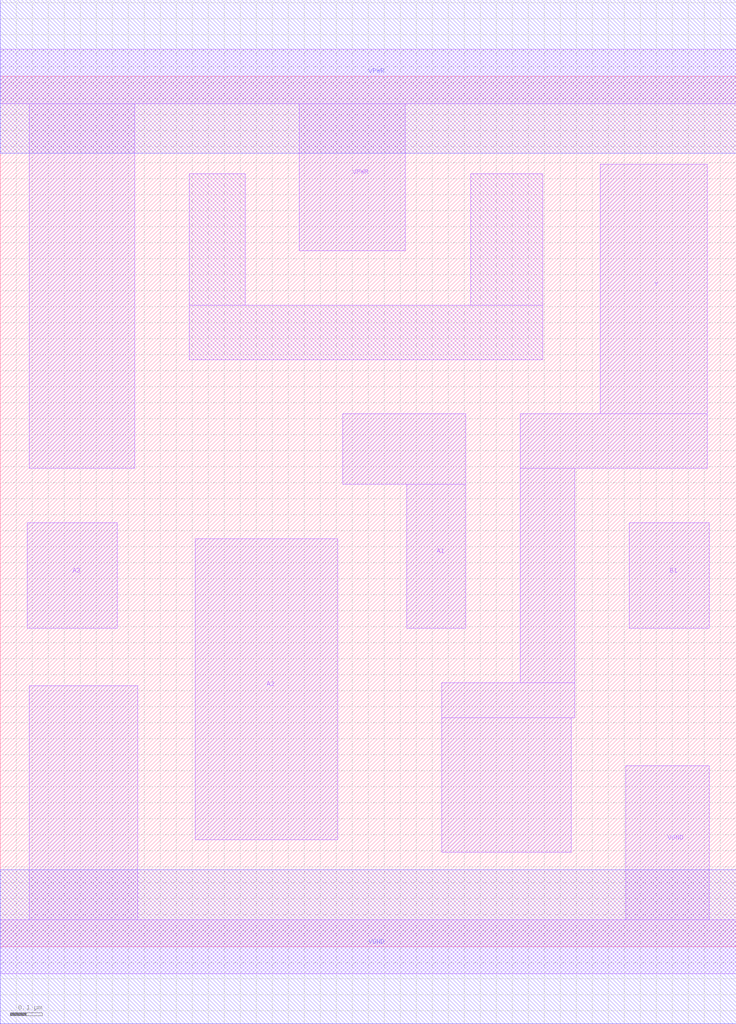
<source format=lef>
# Copyright 2020 The SkyWater PDK Authors
#
# Licensed under the Apache License, Version 2.0 (the "License");
# you may not use this file except in compliance with the License.
# You may obtain a copy of the License at
#
#     https://www.apache.org/licenses/LICENSE-2.0
#
# Unless required by applicable law or agreed to in writing, software
# distributed under the License is distributed on an "AS IS" BASIS,
# WITHOUT WARRANTIES OR CONDITIONS OF ANY KIND, either express or implied.
# See the License for the specific language governing permissions and
# limitations under the License.
#
# SPDX-License-Identifier: Apache-2.0

VERSION 5.5 ;
NAMESCASESENSITIVE ON ;
BUSBITCHARS "[]" ;
DIVIDERCHAR "/" ;
MACRO sky130_fd_sc_hd__a31oi_1
  CLASS CORE ;
  SOURCE USER ;
  ORIGIN  0.000000  0.000000 ;
  SIZE  2.300000 BY  2.720000 ;
  SYMMETRY X Y R90 ;
  SITE unithd ;
  PIN A1
    ANTENNAGATEAREA  0.247500 ;
    DIRECTION INPUT ;
    USE SIGNAL ;
    PORT
      LAYER li1 ;
        RECT 1.070000 1.445000 1.455000 1.665000 ;
        RECT 1.270000 0.995000 1.455000 1.445000 ;
    END
  END A1
  PIN A2
    ANTENNAGATEAREA  0.247500 ;
    DIRECTION INPUT ;
    USE SIGNAL ;
    PORT
      LAYER li1 ;
        RECT 0.610000 0.335000 1.055000 1.275000 ;
    END
  END A2
  PIN A3
    ANTENNAGATEAREA  0.247500 ;
    DIRECTION INPUT ;
    USE SIGNAL ;
    PORT
      LAYER li1 ;
        RECT 0.085000 0.995000 0.365000 1.325000 ;
    END
  END A3
  PIN B1
    ANTENNAGATEAREA  0.247500 ;
    DIRECTION INPUT ;
    USE SIGNAL ;
    PORT
      LAYER li1 ;
        RECT 1.965000 0.995000 2.215000 1.325000 ;
    END
  END B1
  PIN Y
    ANTENNADIFFAREA  0.481250 ;
    DIRECTION OUTPUT ;
    USE SIGNAL ;
    PORT
      LAYER li1 ;
        RECT 1.380000 0.295000 1.785000 0.715000 ;
        RECT 1.380000 0.715000 1.795000 0.825000 ;
        RECT 1.625000 0.825000 1.795000 1.495000 ;
        RECT 1.625000 1.495000 2.210000 1.665000 ;
        RECT 1.875000 1.665000 2.210000 2.445000 ;
    END
  END Y
  PIN VGND
    DIRECTION INOUT ;
    SHAPE ABUTMENT ;
    USE GROUND ;
    PORT
      LAYER li1 ;
        RECT 0.000000 -0.085000 2.300000 0.085000 ;
        RECT 0.090000  0.085000 0.430000 0.815000 ;
        RECT 1.955000  0.085000 2.215000 0.565000 ;
    END
    PORT
      LAYER met1 ;
        RECT 0.000000 -0.240000 2.300000 0.240000 ;
    END
  END VGND
  PIN VNB
    DIRECTION INOUT ;
    USE GROUND ;
    PORT
    END
  END VNB
  PIN VPB
    DIRECTION INOUT ;
    USE POWER ;
    PORT
    END
  END VPB
  PIN VPWR
    DIRECTION INOUT ;
    SHAPE ABUTMENT ;
    USE POWER ;
    PORT
      LAYER li1 ;
        RECT 0.000000 2.635000 2.300000 2.805000 ;
        RECT 0.090000 1.495000 0.420000 2.635000 ;
        RECT 0.935000 2.175000 1.265000 2.635000 ;
    END
    PORT
      LAYER met1 ;
        RECT 0.000000 2.480000 2.300000 2.960000 ;
    END
  END VPWR
  OBS
    LAYER li1 ;
      RECT 0.590000 1.835000 1.695000 2.005000 ;
      RECT 0.590000 2.005000 0.765000 2.415000 ;
      RECT 1.470000 2.005000 1.695000 2.415000 ;
  END
END sky130_fd_sc_hd__a31oi_1
END LIBRARY

</source>
